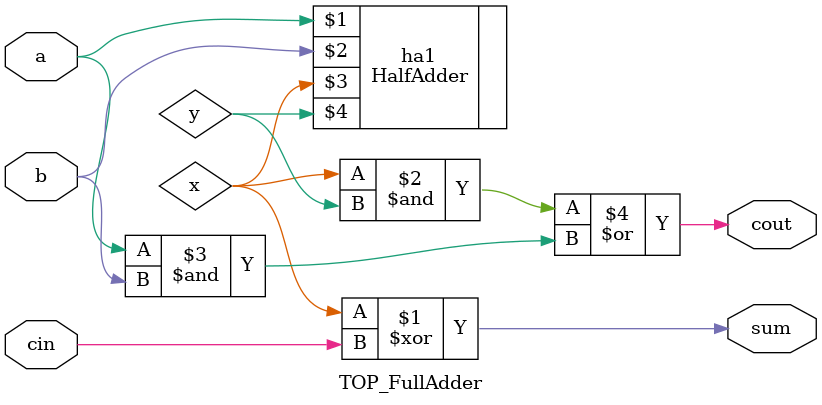
<source format=v>
`timescale 1ns / 1ps


module TOP_FullAdder(
  input wire a,
  input wire b,
  input wire cin,
  output wire sum,
  output wire cout
);

  wire x, y;

  HalfAdder ha1(a, b, x, y);

  assign sum = x ^ cin;
  assign cout = x & y | a & b;

endmodule


</source>
